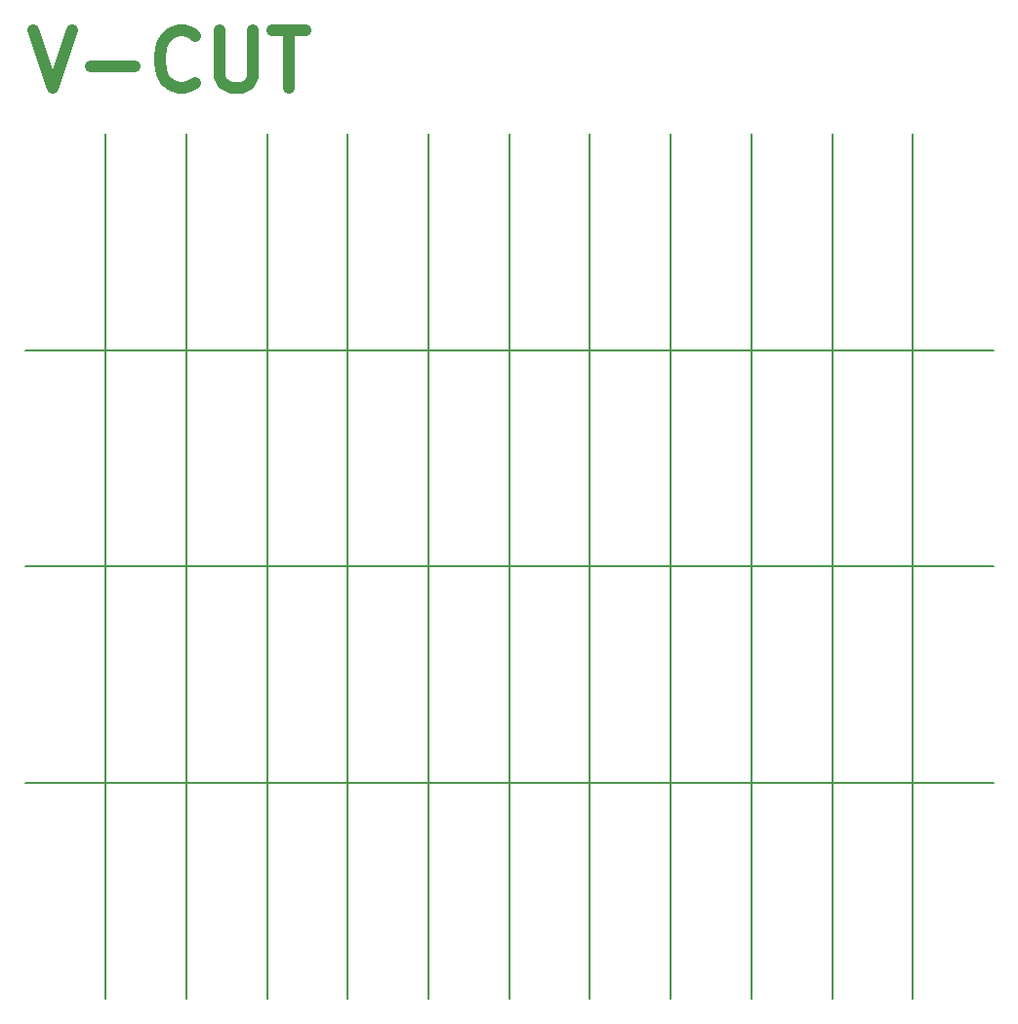
<source format=gbr>
G04 #@! TF.GenerationSoftware,KiCad,Pcbnew,(5.1.4)-1*
G04 #@! TF.CreationDate,2020-03-30T20:51:38+09:00*
G04 #@! TF.ProjectId,StabilizerShims,53746162-696c-4697-9a65-725368696d73,rev?*
G04 #@! TF.SameCoordinates,Original*
G04 #@! TF.FileFunction,Other,User*
%FSLAX46Y46*%
G04 Gerber Fmt 4.6, Leading zero omitted, Abs format (unit mm)*
G04 Created by KiCad (PCBNEW (5.1.4)-1) date 2020-03-30 20:51:38*
%MOMM*%
%LPD*%
G04 APERTURE LIST*
%ADD10C,0.150000*%
%ADD11C,1.000000*%
G04 APERTURE END LIST*
D10*
X130500000Y-87500000D02*
X46500000Y-87500000D01*
X46500000Y-68750000D02*
X130500000Y-68750000D01*
X130500000Y-50000000D02*
X46500000Y-50000000D01*
X123500000Y-106250000D02*
X123500000Y-31250000D01*
X116500000Y-31250000D02*
X116500000Y-106250000D01*
X109500000Y-106250000D02*
X109500000Y-31250000D01*
X102500000Y-31250000D02*
X102500000Y-106250000D01*
X95500000Y-106250000D02*
X95500000Y-31250000D01*
X88500000Y-31250000D02*
X88500000Y-106250000D01*
X81500000Y-106250000D02*
X81500000Y-31250000D01*
X74500000Y-31250000D02*
X74500000Y-106250000D01*
X67500000Y-106250000D02*
X67500000Y-31250000D01*
X60500000Y-31250000D02*
X60500000Y-106250000D01*
X53500000Y-106250000D02*
X53500000Y-31250000D01*
D11*
X47214285Y-22261904D02*
X48880952Y-27261904D01*
X50547619Y-22261904D01*
X52214285Y-25357142D02*
X56023809Y-25357142D01*
X61261904Y-26785714D02*
X61023809Y-27023809D01*
X60309523Y-27261904D01*
X59833333Y-27261904D01*
X59119047Y-27023809D01*
X58642857Y-26547619D01*
X58404761Y-26071428D01*
X58166666Y-25119047D01*
X58166666Y-24404761D01*
X58404761Y-23452380D01*
X58642857Y-22976190D01*
X59119047Y-22500000D01*
X59833333Y-22261904D01*
X60309523Y-22261904D01*
X61023809Y-22500000D01*
X61261904Y-22738095D01*
X63404761Y-22261904D02*
X63404761Y-26309523D01*
X63642857Y-26785714D01*
X63880952Y-27023809D01*
X64357142Y-27261904D01*
X65309523Y-27261904D01*
X65785714Y-27023809D01*
X66023809Y-26785714D01*
X66261904Y-26309523D01*
X66261904Y-22261904D01*
X67928571Y-22261904D02*
X70785714Y-22261904D01*
X69357142Y-27261904D02*
X69357142Y-22261904D01*
M02*

</source>
